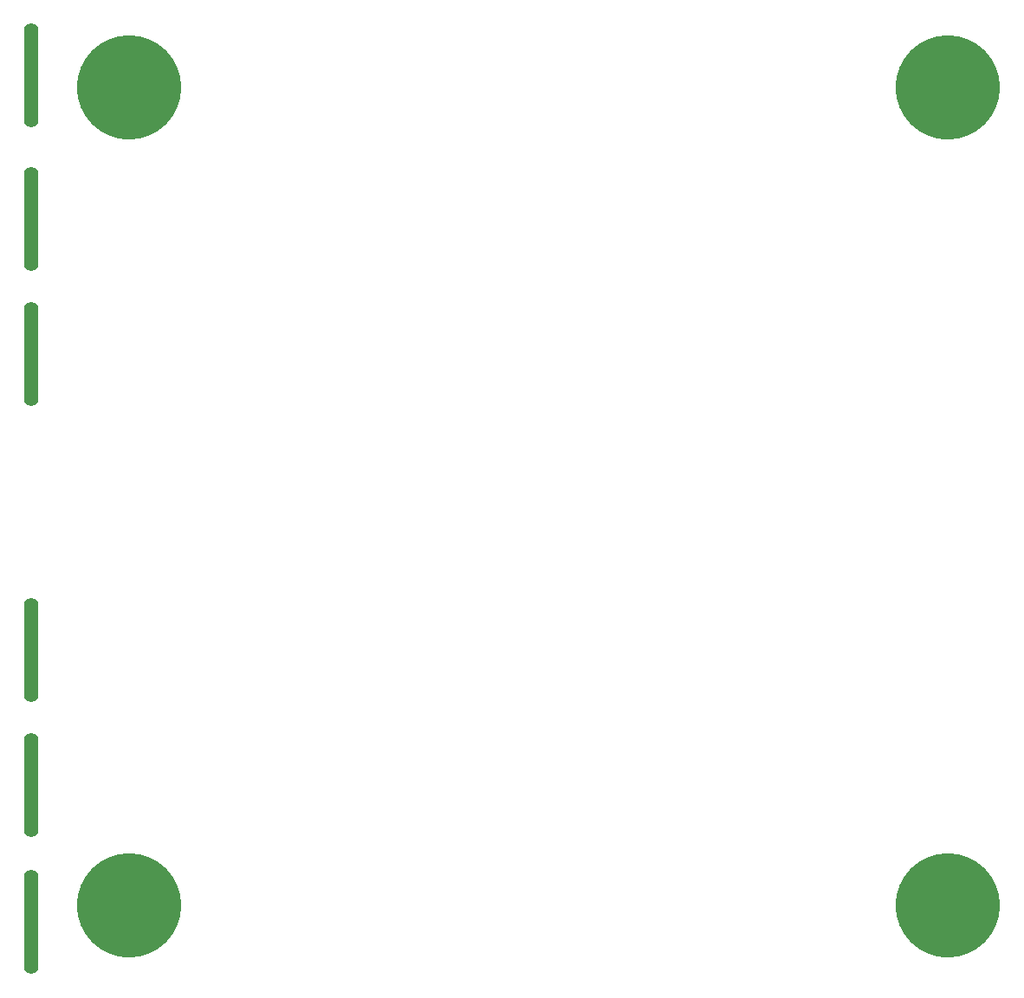
<source format=gbs>
G04*
G04 #@! TF.GenerationSoftware,Altium Limited,Altium Designer,23.9.2 (47)*
G04*
G04 Layer_Color=16711935*
%FSLAX25Y25*%
%MOIN*%
G70*
G04*
G04 #@! TF.SameCoordinates,C371DFDB-9961-426A-A2C8-C1DE3340BBDC*
G04*
G04*
G04 #@! TF.FilePolarity,Negative*
G04*
G01*
G75*
%ADD66O,0.05524X0.40170*%
%ADD67C,0.40170*%
D66*
X129921Y33071D02*
D03*
Y85827D02*
D03*
Y137795D02*
D03*
Y251969D02*
D03*
Y303937D02*
D03*
Y359055D02*
D03*
D67*
X482283Y354331D02*
D03*
X167323Y354331D02*
D03*
Y39370D02*
D03*
X482283D02*
D03*
M02*

</source>
